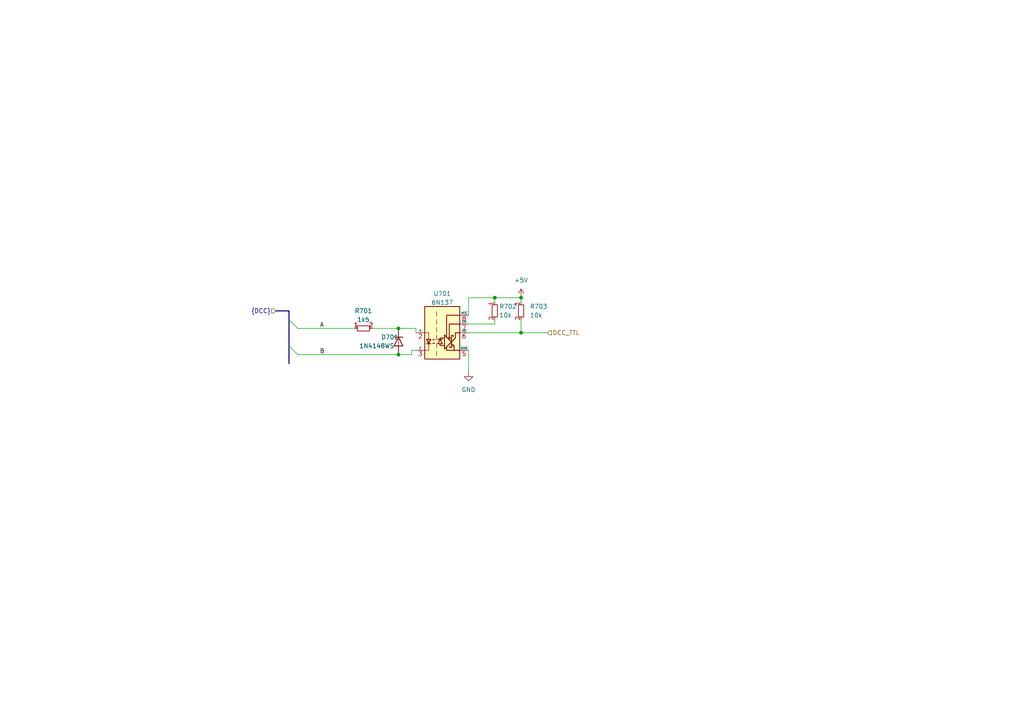
<source format=kicad_sch>
(kicad_sch (version 20231120) (generator "eeschema") (generator_version "8.0")
  (paper "A4")
  (title_block (company "Train-Science"))
  (lib_symbols
    (symbol "Isolator:6N137" (pin_names (offset 0))
      (property "Reference" "U" (at -4.064 8.89 0))
      (property "Value" "6N137" (at 0 -8.89 0))
      (symbol "6N137_0_1"
        (polyline (pts (xy 2.667 -3.556) (xy 2.667 -1.651)) (stroke (width 0.254)))
        (polyline (pts (xy 2.667 -2.159) (xy 2.667 -2.921)) (stroke (width 0.254)))
        (polyline (pts (xy 3.429 -3.937) (xy 3.429 -5.08)) (stroke (width 0.254)))
        (polyline (pts (xy -0.635 -3.302) (xy -0.635 -3.683) (xy 0.635 -3.683)) (stroke (width 0.254)))
        (polyline (pts (xy -0.635 -1.905) (xy -0.635 -1.524) (xy 0.508 -1.524)) (stroke (width 0.254)))
        (polyline (pts (xy 1.27 -4.064) (xy 1.27 -5.08) (xy 5.08 -5.08)) (stroke (width 0.254)))
        (polyline (pts (xy 1.27 -1.27) (xy 1.27 5.08) (xy 5.08 5.08)) (stroke (width 0.254)))
        (polyline (pts (xy 2.032 -1.27) (xy 2.032 2.54) (xy 5.08 2.54)) (stroke (width 0.254)))
        (polyline (pts (xy -5.08 -5.08) (xy -3.937 -5.08) (xy -3.937 0) (xy -5.08 0)))
        (polyline (pts (xy 2.667 -3.302) (xy 2.667 -4.318) (xy 2.159 -4.318) (xy 2.159 -3.937)) (stroke (width 0.254)))
        (polyline (pts (xy 2.667 -2.667) (xy 0.635 -4.699) (xy 0.635 -0.635) (xy 2.667 -2.667)) (stroke (width 0.254)))
        (polyline (pts (xy 2.667 -1.778) (xy 2.667 -0.762) (xy 3.175 -0.762) (xy 3.175 -1.143)) (stroke (width 0.254)))
        (polyline (pts (xy 2.794 -2.54) (xy 3.81 -1.524) (xy 3.81 0) (xy 5.08 0)) (stroke (width 0.254)))
        (polyline (pts (xy 2.667 -3.175) (xy 3.429 -3.937) (xy 3.302 -3.556) (xy 3.048 -3.81) (xy 3.429 -3.937)) (stroke (width 0.254)))
        (circle (center 2.032 -1.524) (radius 0.254) (stroke (width 0.254)))
      )
      (symbol "6N137_1_1"
        (rectangle (start -5.08 7.62) (end 5.08 -7.62) (stroke (width 0.254)) (fill (type background)))
        (polyline (pts (xy -4.572 -3.175) (xy -3.302 -3.175)) (stroke (width 0.254)))
        (polyline (pts (xy -1.651 -5.334) (xy -1.651 -6.604)))
        (polyline (pts (xy -1.651 -3.048) (xy -1.651 -4.318)))
        (polyline (pts (xy -1.651 -0.762) (xy -1.651 -2.032)))
        (polyline (pts (xy -1.651 1.524) (xy -1.651 0.254)))
        (polyline (pts (xy -1.651 3.81) (xy -1.651 2.54)))
        (polyline (pts (xy -1.651 6.096) (xy -1.651 4.826)))
        (polyline (pts (xy -1.27 -1.905) (xy 0 -1.905)) (stroke (width 0.254)))
        (polyline (pts (xy -3.937 -3.175) (xy -4.572 -1.905) (xy -3.302 -1.905) (xy -3.937 -3.175)) (stroke (width 0.254)))
        (polyline (pts (xy -0.635 -1.905) (xy -1.27 -3.175) (xy 0 -3.175) (xy -0.635 -1.905)) (stroke (width 0.254)))
        (polyline (pts (xy -2.921 -3.048) (xy -2.159 -3.048) (xy -2.54 -3.175) (xy -2.54 -2.921) (xy -2.159 -3.048)) (stroke (width 0.127)))
        (polyline (pts (xy -2.921 -2.032) (xy -2.159 -2.032) (xy -2.54 -2.159) (xy -2.54 -1.905) (xy -2.159 -2.032)) (stroke (width 0.127)))
        (pin no_connect line (at -5.08 5.08 0) (length 2.54) hide (name "NC") (number "1"))
        (pin passive line (at -7.62 0 0) (length 2.54) (name "A") (number "2"))
        (pin passive line (at -7.62 -5.08 0) (length 2.54) (name "C") (number "3"))
        (pin power_in line (at 7.62 -5.08 180) (length 2.54) (name "GND") (number "5"))
        (pin open_collector line (at 7.62 0 180) (length 2.54) (name "VO") (number "6"))
        (pin input line (at 7.62 2.54 180) (length 2.54) (name "EN") (number "7"))
        (pin power_in line (at 7.62 5.08 180) (length 2.54) (name "VCC") (number "8"))
      )
    )
    (symbol "custom_kicad_lib_sk:1N4148WS" (pin_numbers hide) (pin_names hide)
      (property "Reference" "D" (at 0 2.54 0))
      (property "Value" "1N4148WS" (at 0 -2.54 0))
      (symbol "1N4148WS_0_1"
        (polyline (pts (xy -1.27 1.27) (xy -1.27 -1.27)) (stroke (width 0.254)))
        (polyline (pts (xy 1.27 0) (xy -1.27 0)))
        (polyline (pts (xy 1.27 1.27) (xy 1.27 -1.27) (xy -1.27 0) (xy 1.27 1.27)) (stroke (width 0.254)))
      )
      (symbol "1N4148WS_1_1"
        (pin passive line (at -3.81 0 0) (length 2.54) (name "K") (number "1"))
        (pin passive line (at 3.81 0 180) (length 2.54) (name "A") (number "2"))
      )
    )
    (symbol "power:+5V" (power) (pin_numbers hide) (pin_names (offset 0) hide)
      (property "Value" "+5V" (at 0 3.556 0))
      (symbol "+5V_0_1"
        (polyline (pts (xy -0.762 1.27) (xy 0 2.54)))
        (polyline (pts (xy 0 0) (xy 0 2.54)))
        (polyline (pts (xy 0 2.54) (xy 0.762 1.27)))
      )
      (symbol "+5V_1_1"
        (pin power_in line (at 0 0 90) (length 0) (name "~") (number "1"))
      )
    )
    (symbol "power:GND" (power) (pin_numbers hide) (pin_names (offset 0) hide)
      (property "Value" "GND" (at 0 -3.81 0))
      (symbol "GND_0_1"
        (polyline (pts (xy 0 0) (xy 0 -1.27) (xy 1.27 -1.27) (xy 0 -2.54) (xy -1.27 -1.27) (xy 0 -1.27)))
      )
      (symbol "GND_1_1"
        (pin power_in line (at 0 0 270) (length 0) (name "~") (number "1"))
      )
    )
    (symbol "resistors_0603:R_10k_0603"
      (property "Reference" "R" (at 1.27 2.54 0))
      (property "Value" "10k" (at 2.54 -2.54 0))
      (symbol "R_10k_0603_0_1"
        (rectangle (start -0.762 1.778) (end 0.762 -1.778) (stroke (width 0.2032)))
      )
      (symbol "R_10k_0603_1_1"
        (pin passive line (at 0 2.54 270) (length 0.762) (name "~") (number "1"))
        (pin passive line (at 0 -2.54 90) (length 0.762) (name "~") (number "2"))
      )
    )
    (symbol "resistors_0603:R_1k5_0603"
      (property "Reference" "R" (at 1.27 2.54 0))
      (property "Value" "1k5" (at 2.54 -2.54 0))
      (symbol "R_1k5_0603_0_1"
        (rectangle (start -0.762 1.778) (end 0.762 -1.778) (stroke (width 0.2032)))
      )
      (symbol "R_1k5_0603_1_1"
        (pin passive line (at 0 2.54 270) (length 0.762) (name "~") (number "1"))
        (pin passive line (at 0 -2.54 90) (length 0.762) (name "~") (number "2"))
      )
    )
  )
  (junction (at 151.13 96.52))
  (junction (at 151.13 86.36))
  (junction (at 115.57 102.87))
  (junction (at 143.51 86.36))
  (junction (at 115.57 95.25))
  (bus_entry (at 86.36 95.25) (size -2.54 -2.54))
  (bus_entry (at 86.36 102.87) (size -2.54 -2.54))
  (wire (pts (xy 135.89 101.6) (xy 135.89 107.95)))
  (wire (pts (xy 143.51 92.71) (xy 143.51 93.98)))
  (bus (pts (xy 83.82 92.71) (xy 83.82 100.33)))
  (wire (pts (xy 151.13 96.52) (xy 158.75 96.52)))
  (wire (pts (xy 143.51 86.36) (xy 151.13 86.36)))
  (wire (pts (xy 135.89 96.52) (xy 151.13 96.52)))
  (wire (pts (xy 151.13 86.36) (xy 151.13 87.63)))
  (wire (pts (xy 135.89 86.36) (xy 143.51 86.36)))
  (wire (pts (xy 119.38 101.6) (xy 119.38 102.87)))
  (wire (pts (xy 86.36 102.87) (xy 115.57 102.87)))
  (wire (pts (xy 120.65 96.52) (xy 120.65 95.25)))
  (bus (pts (xy 80.01 90.17) (xy 83.82 90.17)))
  (wire (pts (xy 115.57 95.25) (xy 120.65 95.25)))
  (wire (pts (xy 135.89 93.98) (xy 143.51 93.98)))
  (wire (pts (xy 143.51 86.36) (xy 143.51 87.63)))
  (bus (pts (xy 83.82 90.17) (xy 83.82 92.71)))
  (wire (pts (xy 115.57 102.87) (xy 119.38 102.87)))
  (wire (pts (xy 135.89 91.44) (xy 135.89 86.36)))
  (wire (pts (xy 86.36 95.25) (xy 102.87 95.25)))
  (bus (pts (xy 83.82 100.33) (xy 83.82 105.41)))
  (wire (pts (xy 151.13 92.71) (xy 151.13 96.52)))
  (wire (pts (xy 120.65 101.6) (xy 119.38 101.6)))
  (wire (pts (xy 107.95 95.25) (xy 115.57 95.25)))
  (label "A" (at 92.71 95.25 0))
  (label "B" (at 92.71 102.87 0))
  (hierarchical_label "DCC_TTL" (shape input) (at 158.75 96.52 0))
  (hierarchical_label "{DCC}" (shape input) (at 80.01 90.17 180))
  (symbol (lib_id "resistors_0603:R_10k_0603") (at 143.51 90.17 0) (unit 1)
    (property "Reference" "R702" (at 144.78 88.9 0) (effects (justify left)))
    (property "Value" "10k" (at 144.78 91.44 0) (effects (justify left)))
    (property "Footprint" "custom_kicad_lib_sk:R_0603_smalltext" (effects (hide yes)))
    (property "JLCPCB Part#" "C25804" (effects (hide yes)))
  )
  (symbol (lib_id "power:GND") (at 135.89 107.95 0) (unit 1)
    (property "Reference" "#PWR0602" (effects (hide yes)))
    (property "Value" "GND" (at 135.89 113.03 0))
    (property "Description" "Power symbol creates a global label with name \"GND\" , ground" (effects (hide yes)))
  )
  (symbol (lib_id "resistors_0603:R_1k5_0603") (at 105.41 95.25 90) (unit 1)
    (property "Reference" "R701" (at 105.41 90.17 90))
    (property "Value" "1k5" (at 105.41 92.71 90))
    (property "Footprint" "custom_kicad_lib_sk:R_0603_smalltext" (effects (hide yes)))
    (property "JLCPCB Part#" "C22843" (effects (hide yes)))
  )
  (symbol (lib_id "resistors_0603:R_10k_0603") (at 151.13 90.17 0) (unit 1)
    (property "Reference" "R703" (at 153.67 88.9 0) (effects (justify left)))
    (property "Value" "10k" (at 153.67 91.44 0) (effects (justify left)))
    (property "Footprint" "custom_kicad_lib_sk:R_0603_smalltext" (effects (hide yes)))
    (property "JLCPCB Part#" "C25804" (effects (hide yes)))
  )
  (symbol (lib_id "Isolator:6N137") (at 128.27 96.52 0) (unit 1)
    (property "Reference" "U701" (at 128.27 85.2002 0))
    (property "Value" "6N137" (at 128.27 87.7371 0))
    (property "Footprint" "Package_SO:SOP-8_6.62x9.15mm_P2.54mm" (effects (hide yes)))
    (property "Datasheet" "https://datasheet.lcsc.com/szlcsc/1908282202_Everlight-Elec-6N137S1-TA_C110020.pdf" (effects (hide yes)))
    (property "JLCPCB Part#" "C110020" (effects (hide yes)))
  )
  (symbol (lib_id "power:+5V") (at 151.13 86.36 0) (unit 1)
    (property "Reference" "#PWR0601" (effects (hide yes)))
    (property "Value" "+5V" (at 151.13 81.28 0))
    (property "Description" "Power symbol creates a global label with name \"+5V\"" (effects (hide yes)))
  )
  (symbol (lib_id "custom_kicad_lib_sk:1N4148WS") (at 115.57 99.06 270) (unit 1)
    (property "Reference" "D701" (at 110.49 97.79 90) (effects (justify left)))
    (property "Value" "1N4148WS" (at 104.14 100.33 90) (effects (justify left)))
    (property "Footprint" "Diode_SMD:D_SOD-323" (effects (hide yes)))
    (property "Datasheet" "https://www.vishay.com/docs/85751/1n4148ws.pdf" (effects (hide yes)))
    (property "Sim.Device" "D" (effects (hide yes)))
    (property "Sim.Pins" "1=K 2=A" (effects (hide yes)))
    (property "JLCPCB Part#" "C2128" (effects (hide yes)))
  )
)
</source>
